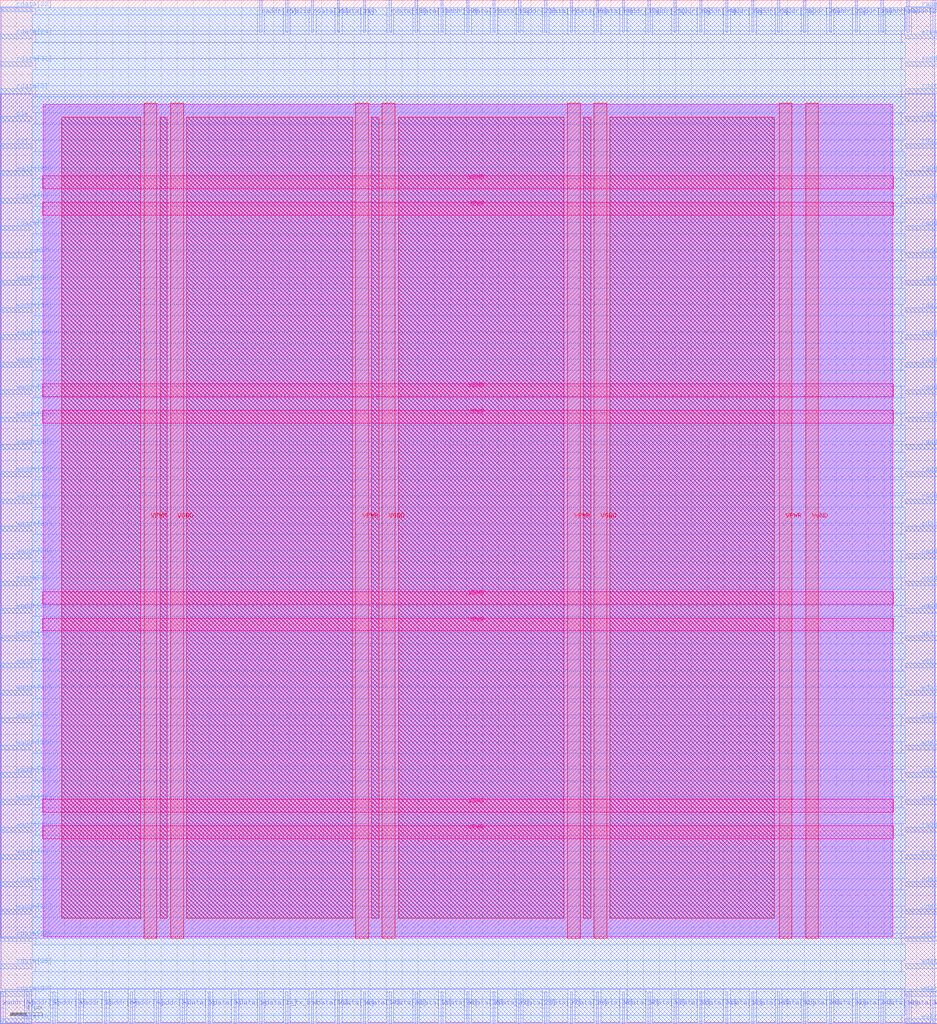
<source format=lef>
VERSION 5.7 ;
  NOWIREEXTENSIONATPIN ON ;
  DIVIDERCHAR "/" ;
  BUSBITCHARS "[]" ;
MACRO uart_top
  CLASS BLOCK ;
  FOREIGN uart_top ;
  ORIGIN 0.000 0.000 ;
  SIZE 116.565 BY 127.285 ;
  PIN VGND
    DIRECTION INOUT ;
    USE GROUND ;
    PORT
      LAYER met4 ;
        RECT 21.185 10.640 22.785 114.480 ;
    END
    PORT
      LAYER met4 ;
        RECT 47.520 10.640 49.120 114.480 ;
    END
    PORT
      LAYER met4 ;
        RECT 73.855 10.640 75.455 114.480 ;
    END
    PORT
      LAYER met4 ;
        RECT 100.190 10.640 101.790 114.480 ;
    END
    PORT
      LAYER met5 ;
        RECT 5.280 26.300 111.100 27.900 ;
    END
    PORT
      LAYER met5 ;
        RECT 5.280 52.140 111.100 53.740 ;
    END
    PORT
      LAYER met5 ;
        RECT 5.280 77.980 111.100 79.580 ;
    END
    PORT
      LAYER met5 ;
        RECT 5.280 103.820 111.100 105.420 ;
    END
  END VGND
  PIN VPWR
    DIRECTION INOUT ;
    USE POWER ;
    PORT
      LAYER met4 ;
        RECT 17.885 10.640 19.485 114.480 ;
    END
    PORT
      LAYER met4 ;
        RECT 44.220 10.640 45.820 114.480 ;
    END
    PORT
      LAYER met4 ;
        RECT 70.555 10.640 72.155 114.480 ;
    END
    PORT
      LAYER met4 ;
        RECT 96.890 10.640 98.490 114.480 ;
    END
    PORT
      LAYER met5 ;
        RECT 5.280 23.000 111.100 24.600 ;
    END
    PORT
      LAYER met5 ;
        RECT 5.280 48.840 111.100 50.440 ;
    END
    PORT
      LAYER met5 ;
        RECT 5.280 74.680 111.100 76.280 ;
    END
    PORT
      LAYER met5 ;
        RECT 5.280 100.520 111.100 102.120 ;
    END
  END VPWR
  PIN clk
    DIRECTION INPUT ;
    USE SIGNAL ;
    ANTENNAGATEAREA 0.852000 ;
    PORT
      LAYER met3 ;
        RECT 0.000 112.240 4.000 112.840 ;
    END
  END clk
  PIN i_rx_bit
    DIRECTION INPUT ;
    USE SIGNAL ;
    ANTENNAGATEAREA 0.196500 ;
    PORT
      LAYER met3 ;
        RECT 0.000 95.240 4.000 95.840 ;
    END
  END i_rx_bit
  PIN o_tx_bit
    DIRECTION OUTPUT ;
    USE SIGNAL ;
    ANTENNADIFFAREA 0.445500 ;
    PORT
      LAYER met2 ;
        RECT 35.510 0.000 35.790 4.000 ;
    END
  END o_tx_bit
  PIN raddr[0]
    DIRECTION INPUT ;
    USE SIGNAL ;
    ANTENNAGATEAREA 0.196500 ;
    PORT
      LAYER met3 ;
        RECT 112.565 125.840 116.565 126.440 ;
    END
  END raddr[0]
  PIN raddr[10]
    DIRECTION INPUT ;
    USE SIGNAL ;
    ANTENNAGATEAREA 0.196500 ;
    PORT
      LAYER met3 ;
        RECT 112.565 23.840 116.565 24.440 ;
    END
  END raddr[10]
  PIN raddr[11]
    DIRECTION INPUT ;
    USE SIGNAL ;
    ANTENNAGATEAREA 0.196500 ;
    PORT
      LAYER met3 ;
        RECT 112.565 78.240 116.565 78.840 ;
    END
  END raddr[11]
  PIN raddr[12]
    DIRECTION INPUT ;
    USE SIGNAL ;
    ANTENNAGATEAREA 0.196500 ;
    PORT
      LAYER met3 ;
        RECT 112.565 71.440 116.565 72.040 ;
    END
  END raddr[12]
  PIN raddr[13]
    DIRECTION INPUT ;
    USE SIGNAL ;
    ANTENNAGATEAREA 0.196500 ;
    PORT
      LAYER met3 ;
        RECT 112.565 81.640 116.565 82.240 ;
    END
  END raddr[13]
  PIN raddr[14]
    DIRECTION INPUT ;
    USE SIGNAL ;
    ANTENNAGATEAREA 0.196500 ;
    PORT
      LAYER met3 ;
        RECT 112.565 91.840 116.565 92.440 ;
    END
  END raddr[14]
  PIN raddr[15]
    DIRECTION INPUT ;
    USE SIGNAL ;
    ANTENNAGATEAREA 0.196500 ;
    PORT
      LAYER met3 ;
        RECT 112.565 85.040 116.565 85.640 ;
    END
  END raddr[15]
  PIN raddr[16]
    DIRECTION INPUT ;
    USE SIGNAL ;
    ANTENNAGATEAREA 0.196500 ;
    PORT
      LAYER met2 ;
        RECT 32.290 123.285 32.570 127.285 ;
    END
  END raddr[16]
  PIN raddr[17]
    DIRECTION INPUT ;
    USE SIGNAL ;
    ANTENNAGATEAREA 0.196500 ;
    PORT
      LAYER met2 ;
        RECT 77.370 123.285 77.650 127.285 ;
    END
  END raddr[17]
  PIN raddr[18]
    DIRECTION INPUT ;
    USE SIGNAL ;
    ANTENNAGATEAREA 0.196500 ;
    PORT
      LAYER met2 ;
        RECT 109.570 123.285 109.850 127.285 ;
    END
  END raddr[18]
  PIN raddr[19]
    DIRECTION INPUT ;
    USE SIGNAL ;
    ANTENNAGATEAREA 0.196500 ;
    PORT
      LAYER met2 ;
        RECT 106.350 123.285 106.630 127.285 ;
    END
  END raddr[19]
  PIN raddr[1]
    DIRECTION INPUT ;
    USE SIGNAL ;
    ANTENNAGATEAREA 0.196500 ;
    PORT
      LAYER met3 ;
        RECT 112.565 102.040 116.565 102.640 ;
    END
  END raddr[1]
  PIN raddr[20]
    DIRECTION INPUT ;
    USE SIGNAL ;
    ANTENNAGATEAREA 0.196500 ;
    PORT
      LAYER met2 ;
        RECT 83.810 123.285 84.090 127.285 ;
    END
  END raddr[20]
  PIN raddr[21]
    DIRECTION INPUT ;
    USE SIGNAL ;
    ANTENNAGATEAREA 0.196500 ;
    PORT
      LAYER met2 ;
        RECT 80.590 123.285 80.870 127.285 ;
    END
  END raddr[21]
  PIN raddr[22]
    DIRECTION INPUT ;
    USE SIGNAL ;
    ANTENNAGATEAREA 0.196500 ;
    PORT
      LAYER met2 ;
        RECT 103.130 123.285 103.410 127.285 ;
    END
  END raddr[22]
  PIN raddr[23]
    DIRECTION INPUT ;
    USE SIGNAL ;
    ANTENNAGATEAREA 0.196500 ;
    PORT
      LAYER met2 ;
        RECT 93.470 123.285 93.750 127.285 ;
    END
  END raddr[23]
  PIN raddr[24]
    DIRECTION INPUT ;
    USE SIGNAL ;
    ANTENNAGATEAREA 0.196500 ;
    PORT
      LAYER met2 ;
        RECT 87.030 123.285 87.310 127.285 ;
    END
  END raddr[24]
  PIN raddr[25]
    DIRECTION INPUT ;
    USE SIGNAL ;
    ANTENNAGATEAREA 0.196500 ;
    PORT
      LAYER met2 ;
        RECT 64.490 123.285 64.770 127.285 ;
    END
  END raddr[25]
  PIN raddr[26]
    DIRECTION INPUT ;
    USE SIGNAL ;
    ANTENNAGATEAREA 0.196500 ;
    PORT
      LAYER met2 ;
        RECT 99.910 123.285 100.190 127.285 ;
    END
  END raddr[26]
  PIN raddr[27]
    DIRECTION INPUT ;
    USE SIGNAL ;
    ANTENNAGATEAREA 0.196500 ;
    PORT
      LAYER met2 ;
        RECT 112.790 123.285 113.070 127.285 ;
    END
  END raddr[27]
  PIN raddr[28]
    DIRECTION INPUT ;
    USE SIGNAL ;
    ANTENNAGATEAREA 0.196500 ;
    PORT
      LAYER met2 ;
        RECT 90.250 123.285 90.530 127.285 ;
    END
  END raddr[28]
  PIN raddr[29]
    DIRECTION INPUT ;
    USE SIGNAL ;
    ANTENNAGATEAREA 0.196500 ;
    PORT
      LAYER met2 ;
        RECT 54.830 123.285 55.110 127.285 ;
    END
  END raddr[29]
  PIN raddr[2]
    DIRECTION INPUT ;
    USE SIGNAL ;
    ANTENNAGATEAREA 0.196500 ;
    PORT
      LAYER met3 ;
        RECT 112.565 74.840 116.565 75.440 ;
    END
  END raddr[2]
  PIN raddr[30]
    DIRECTION INPUT ;
    USE SIGNAL ;
    ANTENNAGATEAREA 0.196500 ;
    PORT
      LAYER met2 ;
        RECT 96.690 123.285 96.970 127.285 ;
    END
  END raddr[30]
  PIN raddr[31]
    DIRECTION INPUT ;
    USE SIGNAL ;
    ANTENNAGATEAREA 0.196500 ;
    PORT
      LAYER met2 ;
        RECT 116.010 123.285 116.290 127.285 ;
    END
  END raddr[31]
  PIN raddr[3]
    DIRECTION INPUT ;
    USE SIGNAL ;
    ANTENNAGATEAREA 0.196500 ;
    PORT
      LAYER met3 ;
        RECT 112.565 57.840 116.565 58.440 ;
    END
  END raddr[3]
  PIN raddr[4]
    DIRECTION INPUT ;
    USE SIGNAL ;
    ANTENNAGATEAREA 0.196500 ;
    PORT
      LAYER met3 ;
        RECT 112.565 119.040 116.565 119.640 ;
    END
  END raddr[4]
  PIN raddr[5]
    DIRECTION INPUT ;
    USE SIGNAL ;
    ANTENNAGATEAREA 0.196500 ;
    PORT
      LAYER met3 ;
        RECT 112.565 98.640 116.565 99.240 ;
    END
  END raddr[5]
  PIN raddr[6]
    DIRECTION INPUT ;
    USE SIGNAL ;
    ANTENNAGATEAREA 0.196500 ;
    PORT
      LAYER met3 ;
        RECT 112.565 95.240 116.565 95.840 ;
    END
  END raddr[6]
  PIN raddr[7]
    DIRECTION INPUT ;
    USE SIGNAL ;
    ANTENNAGATEAREA 0.196500 ;
    PORT
      LAYER met3 ;
        RECT 112.565 105.440 116.565 106.040 ;
    END
  END raddr[7]
  PIN raddr[8]
    DIRECTION INPUT ;
    USE SIGNAL ;
    ANTENNAGATEAREA 0.196500 ;
    PORT
      LAYER met3 ;
        RECT 112.565 68.040 116.565 68.640 ;
    END
  END raddr[8]
  PIN raddr[9]
    DIRECTION INPUT ;
    USE SIGNAL ;
    ANTENNAGATEAREA 0.196500 ;
    PORT
      LAYER met3 ;
        RECT 112.565 64.640 116.565 65.240 ;
    END
  END raddr[9]
  PIN rdata[0]
    DIRECTION OUTPUT ;
    USE SIGNAL ;
    ANTENNADIFFAREA 0.795200 ;
    PORT
      LAYER met2 ;
        RECT 58.050 123.285 58.330 127.285 ;
    END
  END rdata[0]
  PIN rdata[10]
    DIRECTION OUTPUT ;
    USE SIGNAL ;
    ANTENNADIFFAREA 0.795200 ;
    PORT
      LAYER met2 ;
        RECT 70.930 123.285 71.210 127.285 ;
    END
  END rdata[10]
  PIN rdata[11]
    DIRECTION OUTPUT ;
    USE SIGNAL ;
    ANTENNADIFFAREA 0.795200 ;
    PORT
      LAYER met2 ;
        RECT 41.950 123.285 42.230 127.285 ;
    END
  END rdata[11]
  PIN rdata[12]
    DIRECTION OUTPUT ;
    USE SIGNAL ;
    ANTENNADIFFAREA 0.795200 ;
    PORT
      LAYER met2 ;
        RECT 38.730 123.285 39.010 127.285 ;
    END
  END rdata[12]
  PIN rdata[13]
    DIRECTION OUTPUT ;
    USE SIGNAL ;
    ANTENNADIFFAREA 0.795200 ;
    PORT
      LAYER met2 ;
        RECT 61.270 123.285 61.550 127.285 ;
    END
  END rdata[13]
  PIN rdata[14]
    DIRECTION OUTPUT ;
    USE SIGNAL ;
    ANTENNADIFFAREA 0.795200 ;
    PORT
      LAYER met2 ;
        RECT 74.150 123.285 74.430 127.285 ;
    END
  END rdata[14]
  PIN rdata[15]
    DIRECTION OUTPUT ;
    USE SIGNAL ;
    ANTENNADIFFAREA 0.795200 ;
    PORT
      LAYER met2 ;
        RECT 48.390 123.285 48.670 127.285 ;
    END
  END rdata[15]
  PIN rdata[16]
    DIRECTION OUTPUT ;
    USE SIGNAL ;
    PORT
      LAYER met3 ;
        RECT 0.000 0.040 4.000 0.640 ;
    END
  END rdata[16]
  PIN rdata[17]
    DIRECTION OUTPUT ;
    USE SIGNAL ;
    PORT
      LAYER met3 ;
        RECT 112.565 13.640 116.565 14.240 ;
    END
  END rdata[17]
  PIN rdata[18]
    DIRECTION OUTPUT ;
    USE SIGNAL ;
    PORT
      LAYER met3 ;
        RECT 112.565 115.640 116.565 116.240 ;
    END
  END rdata[18]
  PIN rdata[19]
    DIRECTION OUTPUT ;
    USE SIGNAL ;
    PORT
      LAYER met3 ;
        RECT 112.565 108.840 116.565 109.440 ;
    END
  END rdata[19]
  PIN rdata[1]
    DIRECTION OUTPUT ;
    USE SIGNAL ;
    ANTENNADIFFAREA 0.445500 ;
    PORT
      LAYER met3 ;
        RECT 0.000 54.440 4.000 55.040 ;
    END
  END rdata[1]
  PIN rdata[20]
    DIRECTION OUTPUT ;
    USE SIGNAL ;
    PORT
      LAYER met2 ;
        RECT 70.930 0.000 71.210 4.000 ;
    END
  END rdata[20]
  PIN rdata[21]
    DIRECTION OUTPUT ;
    USE SIGNAL ;
    PORT
      LAYER met3 ;
        RECT 0.000 10.240 4.000 10.840 ;
    END
  END rdata[21]
  PIN rdata[22]
    DIRECTION OUTPUT ;
    USE SIGNAL ;
    PORT
      LAYER met3 ;
        RECT 0.000 125.840 4.000 126.440 ;
    END
  END rdata[22]
  PIN rdata[23]
    DIRECTION OUTPUT ;
    USE SIGNAL ;
    PORT
      LAYER met3 ;
        RECT 112.565 112.240 116.565 112.840 ;
    END
  END rdata[23]
  PIN rdata[24]
    DIRECTION OUTPUT ;
    USE SIGNAL ;
    PORT
      LAYER met3 ;
        RECT 0.000 122.440 4.000 123.040 ;
    END
  END rdata[24]
  PIN rdata[25]
    DIRECTION OUTPUT ;
    USE SIGNAL ;
    PORT
      LAYER met2 ;
        RECT 64.490 0.000 64.770 4.000 ;
    END
  END rdata[25]
  PIN rdata[26]
    DIRECTION OUTPUT ;
    USE SIGNAL ;
    PORT
      LAYER met3 ;
        RECT 0.000 6.840 4.000 7.440 ;
    END
  END rdata[26]
  PIN rdata[27]
    DIRECTION OUTPUT ;
    USE SIGNAL ;
    PORT
      LAYER met2 ;
        RECT 67.710 0.000 67.990 4.000 ;
    END
  END rdata[27]
  PIN rdata[28]
    DIRECTION OUTPUT ;
    USE SIGNAL ;
    PORT
      LAYER met2 ;
        RECT 74.150 0.000 74.430 4.000 ;
    END
  END rdata[28]
  PIN rdata[29]
    DIRECTION OUTPUT ;
    USE SIGNAL ;
    PORT
      LAYER met3 ;
        RECT 112.565 17.040 116.565 17.640 ;
    END
  END rdata[29]
  PIN rdata[2]
    DIRECTION OUTPUT ;
    USE SIGNAL ;
    ANTENNADIFFAREA 0.445500 ;
    PORT
      LAYER met3 ;
        RECT 0.000 115.640 4.000 116.240 ;
    END
  END rdata[2]
  PIN rdata[30]
    DIRECTION OUTPUT ;
    USE SIGNAL ;
    PORT
      LAYER met3 ;
        RECT 0.000 3.440 4.000 4.040 ;
    END
  END rdata[30]
  PIN rdata[31]
    DIRECTION OUTPUT ;
    USE SIGNAL ;
    PORT
      LAYER met3 ;
        RECT 0.000 119.040 4.000 119.640 ;
    END
  END rdata[31]
  PIN rdata[3]
    DIRECTION OUTPUT ;
    USE SIGNAL ;
    ANTENNADIFFAREA 0.445500 ;
    PORT
      LAYER met3 ;
        RECT 0.000 17.040 4.000 17.640 ;
    END
  END rdata[3]
  PIN rdata[4]
    DIRECTION OUTPUT ;
    USE SIGNAL ;
    ANTENNADIFFAREA 0.445500 ;
    PORT
      LAYER met3 ;
        RECT 0.000 98.640 4.000 99.240 ;
    END
  END rdata[4]
  PIN rdata[5]
    DIRECTION OUTPUT ;
    USE SIGNAL ;
    ANTENNADIFFAREA 0.795200 ;
    PORT
      LAYER met2 ;
        RECT 51.610 123.285 51.890 127.285 ;
    END
  END rdata[5]
  PIN rdata[6]
    DIRECTION OUTPUT ;
    USE SIGNAL ;
    ANTENNADIFFAREA 0.445500 ;
    PORT
      LAYER met3 ;
        RECT 0.000 102.040 4.000 102.640 ;
    END
  END rdata[6]
  PIN rdata[7]
    DIRECTION OUTPUT ;
    USE SIGNAL ;
    PORT
      LAYER met3 ;
        RECT 112.565 88.440 116.565 89.040 ;
    END
  END rdata[7]
  PIN rdata[8]
    DIRECTION OUTPUT ;
    USE SIGNAL ;
    ANTENNADIFFAREA 0.445500 ;
    PORT
      LAYER met3 ;
        RECT 112.565 61.240 116.565 61.840 ;
    END
  END rdata[8]
  PIN rdata[9]
    DIRECTION OUTPUT ;
    USE SIGNAL ;
    ANTENNADIFFAREA 0.795200 ;
    PORT
      LAYER met2 ;
        RECT 67.710 123.285 67.990 127.285 ;
    END
  END rdata[9]
  PIN ren
    DIRECTION INPUT ;
    USE SIGNAL ;
    ANTENNAGATEAREA 0.196500 ;
    PORT
      LAYER met2 ;
        RECT 45.170 123.285 45.450 127.285 ;
    END
  END ren
  PIN rst
    DIRECTION INPUT ;
    USE SIGNAL ;
    ANTENNAGATEAREA 0.196500 ;
    PORT
      LAYER met3 ;
        RECT 0.000 108.840 4.000 109.440 ;
    END
  END rst
  PIN rvalid
    DIRECTION OUTPUT ;
    USE SIGNAL ;
    ANTENNADIFFAREA 0.795200 ;
    PORT
      LAYER met2 ;
        RECT 35.510 123.285 35.790 127.285 ;
    END
  END rvalid
  PIN waddr[0]
    DIRECTION INPUT ;
    USE SIGNAL ;
    ANTENNAGATEAREA 0.196500 ;
    PORT
      LAYER met3 ;
        RECT 0.000 20.440 4.000 21.040 ;
    END
  END waddr[0]
  PIN waddr[10]
    DIRECTION INPUT ;
    USE SIGNAL ;
    ANTENNAGATEAREA 0.196500 ;
    PORT
      LAYER met3 ;
        RECT 0.000 30.640 4.000 31.240 ;
    END
  END waddr[10]
  PIN waddr[11]
    DIRECTION INPUT ;
    USE SIGNAL ;
    ANTENNAGATEAREA 0.196500 ;
    PORT
      LAYER met3 ;
        RECT 0.000 23.840 4.000 24.440 ;
    END
  END waddr[11]
  PIN waddr[12]
    DIRECTION INPUT ;
    USE SIGNAL ;
    ANTENNAGATEAREA 0.196500 ;
    PORT
      LAYER met3 ;
        RECT 0.000 44.240 4.000 44.840 ;
    END
  END waddr[12]
  PIN waddr[13]
    DIRECTION INPUT ;
    USE SIGNAL ;
    ANTENNAGATEAREA 0.196500 ;
    PORT
      LAYER met3 ;
        RECT 0.000 40.840 4.000 41.440 ;
    END
  END waddr[13]
  PIN waddr[14]
    DIRECTION INPUT ;
    USE SIGNAL ;
    ANTENNAGATEAREA 0.196500 ;
    PORT
      LAYER met3 ;
        RECT 0.000 27.240 4.000 27.840 ;
    END
  END waddr[14]
  PIN waddr[15]
    DIRECTION INPUT ;
    USE SIGNAL ;
    ANTENNAGATEAREA 0.196500 ;
    PORT
      LAYER met3 ;
        RECT 0.000 34.040 4.000 34.640 ;
    END
  END waddr[15]
  PIN waddr[16]
    DIRECTION INPUT ;
    USE SIGNAL ;
    ANTENNAGATEAREA 0.196500 ;
    PORT
      LAYER met3 ;
        RECT 0.000 64.640 4.000 65.240 ;
    END
  END waddr[16]
  PIN waddr[17]
    DIRECTION INPUT ;
    USE SIGNAL ;
    ANTENNAGATEAREA 0.196500 ;
    PORT
      LAYER met3 ;
        RECT 0.000 68.040 4.000 68.640 ;
    END
  END waddr[17]
  PIN waddr[18]
    DIRECTION INPUT ;
    USE SIGNAL ;
    ANTENNAGATEAREA 0.196500 ;
    PORT
      LAYER met3 ;
        RECT 0.000 88.440 4.000 89.040 ;
    END
  END waddr[18]
  PIN waddr[19]
    DIRECTION INPUT ;
    USE SIGNAL ;
    ANTENNAGATEAREA 0.196500 ;
    PORT
      LAYER met3 ;
        RECT 0.000 85.040 4.000 85.640 ;
    END
  END waddr[19]
  PIN waddr[1]
    DIRECTION INPUT ;
    USE SIGNAL ;
    ANTENNAGATEAREA 0.196500 ;
    PORT
      LAYER met3 ;
        RECT 0.000 47.640 4.000 48.240 ;
    END
  END waddr[1]
  PIN waddr[20]
    DIRECTION INPUT ;
    USE SIGNAL ;
    ANTENNAGATEAREA 0.196500 ;
    PORT
      LAYER met3 ;
        RECT 0.000 78.240 4.000 78.840 ;
    END
  END waddr[20]
  PIN waddr[21]
    DIRECTION INPUT ;
    USE SIGNAL ;
    ANTENNAGATEAREA 0.196500 ;
    PORT
      LAYER met3 ;
        RECT 0.000 81.640 4.000 82.240 ;
    END
  END waddr[21]
  PIN waddr[22]
    DIRECTION INPUT ;
    USE SIGNAL ;
    ANTENNAGATEAREA 0.196500 ;
    PORT
      LAYER met3 ;
        RECT 0.000 74.840 4.000 75.440 ;
    END
  END waddr[22]
  PIN waddr[23]
    DIRECTION INPUT ;
    USE SIGNAL ;
    ANTENNAGATEAREA 0.196500 ;
    PORT
      LAYER met3 ;
        RECT 0.000 91.840 4.000 92.440 ;
    END
  END waddr[23]
  PIN waddr[24]
    DIRECTION INPUT ;
    USE SIGNAL ;
    ANTENNAGATEAREA 0.196500 ;
    PORT
      LAYER met3 ;
        RECT 0.000 61.240 4.000 61.840 ;
    END
  END waddr[24]
  PIN waddr[25]
    DIRECTION INPUT ;
    USE SIGNAL ;
    ANTENNAGATEAREA 0.196500 ;
    PORT
      LAYER met3 ;
        RECT 0.000 71.440 4.000 72.040 ;
    END
  END waddr[25]
  PIN waddr[26]
    DIRECTION INPUT ;
    USE SIGNAL ;
    ANTENNAGATEAREA 0.196500 ;
    PORT
      LAYER met3 ;
        RECT 0.000 105.440 4.000 106.040 ;
    END
  END waddr[26]
  PIN waddr[27]
    DIRECTION INPUT ;
    USE SIGNAL ;
    ANTENNAGATEAREA 0.196500 ;
    PORT
      LAYER met3 ;
        RECT 0.000 13.640 4.000 14.240 ;
    END
  END waddr[27]
  PIN waddr[28]
    DIRECTION INPUT ;
    USE SIGNAL ;
    ANTENNAGATEAREA 0.196500 ;
    PORT
      LAYER met3 ;
        RECT 0.000 51.040 4.000 51.640 ;
    END
  END waddr[28]
  PIN waddr[29]
    DIRECTION INPUT ;
    USE SIGNAL ;
    ANTENNAGATEAREA 0.196500 ;
    PORT
      LAYER met3 ;
        RECT 0.000 57.840 4.000 58.440 ;
    END
  END waddr[29]
  PIN waddr[2]
    DIRECTION INPUT ;
    USE SIGNAL ;
    ANTENNAGATEAREA 0.196500 ;
    PORT
      LAYER met3 ;
        RECT 0.000 37.440 4.000 38.040 ;
    END
  END waddr[2]
  PIN waddr[30]
    DIRECTION INPUT ;
    USE SIGNAL ;
    ANTENNAGATEAREA 0.196500 ;
    PORT
      LAYER met3 ;
        RECT 112.565 54.440 116.565 55.040 ;
    END
  END waddr[30]
  PIN waddr[31]
    DIRECTION INPUT ;
    USE SIGNAL ;
    ANTENNAGATEAREA 0.196500 ;
    PORT
      LAYER met3 ;
        RECT 112.565 51.040 116.565 51.640 ;
    END
  END waddr[31]
  PIN waddr[3]
    DIRECTION INPUT ;
    USE SIGNAL ;
    ANTENNAGATEAREA 0.196500 ;
    PORT
      LAYER met2 ;
        RECT 19.410 0.000 19.690 4.000 ;
    END
  END waddr[3]
  PIN waddr[4]
    DIRECTION INPUT ;
    USE SIGNAL ;
    ANTENNAGATEAREA 0.196500 ;
    PORT
      LAYER met2 ;
        RECT 16.190 0.000 16.470 4.000 ;
    END
  END waddr[4]
  PIN waddr[5]
    DIRECTION INPUT ;
    USE SIGNAL ;
    ANTENNAGATEAREA 0.196500 ;
    PORT
      LAYER met2 ;
        RECT 0.090 0.000 0.370 4.000 ;
    END
  END waddr[5]
  PIN waddr[6]
    DIRECTION INPUT ;
    USE SIGNAL ;
    ANTENNAGATEAREA 0.196500 ;
    PORT
      LAYER met2 ;
        RECT 12.970 0.000 13.250 4.000 ;
    END
  END waddr[6]
  PIN waddr[7]
    DIRECTION INPUT ;
    USE SIGNAL ;
    ANTENNAGATEAREA 0.196500 ;
    PORT
      LAYER met2 ;
        RECT 9.750 0.000 10.030 4.000 ;
    END
  END waddr[7]
  PIN waddr[8]
    DIRECTION INPUT ;
    USE SIGNAL ;
    ANTENNAGATEAREA 0.196500 ;
    PORT
      LAYER met2 ;
        RECT 3.310 0.000 3.590 4.000 ;
    END
  END waddr[8]
  PIN waddr[9]
    DIRECTION INPUT ;
    USE SIGNAL ;
    ANTENNAGATEAREA 0.196500 ;
    PORT
      LAYER met2 ;
        RECT 6.530 0.000 6.810 4.000 ;
    END
  END waddr[9]
  PIN wdata[0]
    DIRECTION INPUT ;
    USE SIGNAL ;
    ANTENNAGATEAREA 0.196500 ;
    PORT
      LAYER met2 ;
        RECT 25.850 0.000 26.130 4.000 ;
    END
  END wdata[0]
  PIN wdata[10]
    DIRECTION INPUT ;
    USE SIGNAL ;
    PORT
      LAYER met2 ;
        RECT 109.570 0.000 109.850 4.000 ;
    END
  END wdata[10]
  PIN wdata[11]
    DIRECTION INPUT ;
    USE SIGNAL ;
    PORT
      LAYER met2 ;
        RECT 116.010 0.000 116.290 4.000 ;
    END
  END wdata[11]
  PIN wdata[12]
    DIRECTION INPUT ;
    USE SIGNAL ;
    PORT
      LAYER met2 ;
        RECT 90.250 0.000 90.530 4.000 ;
    END
  END wdata[12]
  PIN wdata[13]
    DIRECTION INPUT ;
    USE SIGNAL ;
    PORT
      LAYER met2 ;
        RECT 51.610 0.000 51.890 4.000 ;
    END
  END wdata[13]
  PIN wdata[14]
    DIRECTION INPUT ;
    USE SIGNAL ;
    PORT
      LAYER met2 ;
        RECT 32.290 0.000 32.570 4.000 ;
    END
  END wdata[14]
  PIN wdata[15]
    DIRECTION INPUT ;
    USE SIGNAL ;
    PORT
      LAYER met2 ;
        RECT 38.730 0.000 39.010 4.000 ;
    END
  END wdata[15]
  PIN wdata[16]
    DIRECTION INPUT ;
    USE SIGNAL ;
    PORT
      LAYER met2 ;
        RECT 93.470 0.000 93.750 4.000 ;
    END
  END wdata[16]
  PIN wdata[17]
    DIRECTION INPUT ;
    USE SIGNAL ;
    PORT
      LAYER met2 ;
        RECT 45.170 0.000 45.450 4.000 ;
    END
  END wdata[17]
  PIN wdata[18]
    DIRECTION INPUT ;
    USE SIGNAL ;
    PORT
      LAYER met2 ;
        RECT 80.590 0.000 80.870 4.000 ;
    END
  END wdata[18]
  PIN wdata[19]
    DIRECTION INPUT ;
    USE SIGNAL ;
    PORT
      LAYER met2 ;
        RECT 41.950 0.000 42.230 4.000 ;
    END
  END wdata[19]
  PIN wdata[1]
    DIRECTION INPUT ;
    USE SIGNAL ;
    ANTENNAGATEAREA 0.196500 ;
    PORT
      LAYER met2 ;
        RECT 29.070 0.000 29.350 4.000 ;
    END
  END wdata[1]
  PIN wdata[20]
    DIRECTION INPUT ;
    USE SIGNAL ;
    PORT
      LAYER met2 ;
        RECT 48.390 0.000 48.670 4.000 ;
    END
  END wdata[20]
  PIN wdata[21]
    DIRECTION INPUT ;
    USE SIGNAL ;
    PORT
      LAYER met2 ;
        RECT 87.030 0.000 87.310 4.000 ;
    END
  END wdata[21]
  PIN wdata[22]
    DIRECTION INPUT ;
    USE SIGNAL ;
    PORT
      LAYER met2 ;
        RECT 103.130 0.000 103.410 4.000 ;
    END
  END wdata[22]
  PIN wdata[23]
    DIRECTION INPUT ;
    USE SIGNAL ;
    PORT
      LAYER met2 ;
        RECT 83.810 0.000 84.090 4.000 ;
    END
  END wdata[23]
  PIN wdata[24]
    DIRECTION INPUT ;
    USE SIGNAL ;
    PORT
      LAYER met2 ;
        RECT 106.350 0.000 106.630 4.000 ;
    END
  END wdata[24]
  PIN wdata[25]
    DIRECTION INPUT ;
    USE SIGNAL ;
    PORT
      LAYER met2 ;
        RECT 58.050 0.000 58.330 4.000 ;
    END
  END wdata[25]
  PIN wdata[26]
    DIRECTION INPUT ;
    USE SIGNAL ;
    PORT
      LAYER met2 ;
        RECT 54.830 0.000 55.110 4.000 ;
    END
  END wdata[26]
  PIN wdata[27]
    DIRECTION INPUT ;
    USE SIGNAL ;
    PORT
      LAYER met2 ;
        RECT 77.370 0.000 77.650 4.000 ;
    END
  END wdata[27]
  PIN wdata[28]
    DIRECTION INPUT ;
    USE SIGNAL ;
    PORT
      LAYER met2 ;
        RECT 61.270 0.000 61.550 4.000 ;
    END
  END wdata[28]
  PIN wdata[29]
    DIRECTION INPUT ;
    USE SIGNAL ;
    PORT
      LAYER met2 ;
        RECT 99.910 0.000 100.190 4.000 ;
    END
  END wdata[29]
  PIN wdata[2]
    DIRECTION INPUT ;
    USE SIGNAL ;
    ANTENNAGATEAREA 0.196500 ;
    PORT
      LAYER met2 ;
        RECT 22.630 0.000 22.910 4.000 ;
    END
  END wdata[2]
  PIN wdata[30]
    DIRECTION INPUT ;
    USE SIGNAL ;
    PORT
      LAYER met2 ;
        RECT 112.790 0.000 113.070 4.000 ;
    END
  END wdata[30]
  PIN wdata[31]
    DIRECTION INPUT ;
    USE SIGNAL ;
    PORT
      LAYER met2 ;
        RECT 96.690 0.000 96.970 4.000 ;
    END
  END wdata[31]
  PIN wdata[3]
    DIRECTION INPUT ;
    USE SIGNAL ;
    ANTENNAGATEAREA 0.196500 ;
    PORT
      LAYER met3 ;
        RECT 112.565 27.240 116.565 27.840 ;
    END
  END wdata[3]
  PIN wdata[4]
    DIRECTION INPUT ;
    USE SIGNAL ;
    ANTENNAGATEAREA 0.196500 ;
    PORT
      LAYER met3 ;
        RECT 112.565 30.640 116.565 31.240 ;
    END
  END wdata[4]
  PIN wdata[5]
    DIRECTION INPUT ;
    USE SIGNAL ;
    ANTENNAGATEAREA 0.196500 ;
    PORT
      LAYER met3 ;
        RECT 112.565 40.840 116.565 41.440 ;
    END
  END wdata[5]
  PIN wdata[6]
    DIRECTION INPUT ;
    USE SIGNAL ;
    ANTENNAGATEAREA 0.196500 ;
    PORT
      LAYER met3 ;
        RECT 112.565 37.440 116.565 38.040 ;
    END
  END wdata[6]
  PIN wdata[7]
    DIRECTION INPUT ;
    USE SIGNAL ;
    ANTENNAGATEAREA 0.196500 ;
    PORT
      LAYER met3 ;
        RECT 112.565 34.040 116.565 34.640 ;
    END
  END wdata[7]
  PIN wdata[8]
    DIRECTION INPUT ;
    USE SIGNAL ;
    PORT
      LAYER met3 ;
        RECT 112.565 3.440 116.565 4.040 ;
    END
  END wdata[8]
  PIN wdata[9]
    DIRECTION INPUT ;
    USE SIGNAL ;
    PORT
      LAYER met3 ;
        RECT 112.565 6.840 116.565 7.440 ;
    END
  END wdata[9]
  PIN wen
    DIRECTION INPUT ;
    USE SIGNAL ;
    ANTENNAGATEAREA 0.196500 ;
    PORT
      LAYER met3 ;
        RECT 112.565 44.240 116.565 44.840 ;
    END
  END wen
  PIN wready
    DIRECTION OUTPUT ;
    USE SIGNAL ;
    PORT
      LAYER met3 ;
        RECT 112.565 122.440 116.565 123.040 ;
    END
  END wready
  PIN wstrb[0]
    DIRECTION INPUT ;
    USE SIGNAL ;
    ANTENNAGATEAREA 0.196500 ;
    PORT
      LAYER met3 ;
        RECT 112.565 47.640 116.565 48.240 ;
    END
  END wstrb[0]
  PIN wstrb[1]
    DIRECTION INPUT ;
    USE SIGNAL ;
    PORT
      LAYER met3 ;
        RECT 112.565 10.240 116.565 10.840 ;
    END
  END wstrb[1]
  PIN wstrb[2]
    DIRECTION INPUT ;
    USE SIGNAL ;
    PORT
      LAYER met3 ;
        RECT 112.565 20.440 116.565 21.040 ;
    END
  END wstrb[2]
  PIN wstrb[3]
    DIRECTION INPUT ;
    USE SIGNAL ;
    PORT
      LAYER met3 ;
        RECT 112.565 0.040 116.565 0.640 ;
    END
  END wstrb[3]
  OBS
      LAYER nwell ;
        RECT 5.330 10.795 111.050 114.325 ;
      LAYER li1 ;
        RECT 5.520 10.795 110.860 114.325 ;
      LAYER met1 ;
        RECT 0.070 10.640 116.310 115.560 ;
      LAYER met2 ;
        RECT 0.100 123.005 32.010 126.325 ;
        RECT 32.850 123.005 35.230 126.325 ;
        RECT 36.070 123.005 38.450 126.325 ;
        RECT 39.290 123.005 41.670 126.325 ;
        RECT 42.510 123.005 44.890 126.325 ;
        RECT 45.730 123.005 48.110 126.325 ;
        RECT 48.950 123.005 51.330 126.325 ;
        RECT 52.170 123.005 54.550 126.325 ;
        RECT 55.390 123.005 57.770 126.325 ;
        RECT 58.610 123.005 60.990 126.325 ;
        RECT 61.830 123.005 64.210 126.325 ;
        RECT 65.050 123.005 67.430 126.325 ;
        RECT 68.270 123.005 70.650 126.325 ;
        RECT 71.490 123.005 73.870 126.325 ;
        RECT 74.710 123.005 77.090 126.325 ;
        RECT 77.930 123.005 80.310 126.325 ;
        RECT 81.150 123.005 83.530 126.325 ;
        RECT 84.370 123.005 86.750 126.325 ;
        RECT 87.590 123.005 89.970 126.325 ;
        RECT 90.810 123.005 93.190 126.325 ;
        RECT 94.030 123.005 96.410 126.325 ;
        RECT 97.250 123.005 99.630 126.325 ;
        RECT 100.470 123.005 102.850 126.325 ;
        RECT 103.690 123.005 106.070 126.325 ;
        RECT 106.910 123.005 109.290 126.325 ;
        RECT 110.130 123.005 112.510 126.325 ;
        RECT 113.350 123.005 115.730 126.325 ;
        RECT 0.100 4.280 116.280 123.005 ;
        RECT 0.650 0.155 3.030 4.280 ;
        RECT 3.870 0.155 6.250 4.280 ;
        RECT 7.090 0.155 9.470 4.280 ;
        RECT 10.310 0.155 12.690 4.280 ;
        RECT 13.530 0.155 15.910 4.280 ;
        RECT 16.750 0.155 19.130 4.280 ;
        RECT 19.970 0.155 22.350 4.280 ;
        RECT 23.190 0.155 25.570 4.280 ;
        RECT 26.410 0.155 28.790 4.280 ;
        RECT 29.630 0.155 32.010 4.280 ;
        RECT 32.850 0.155 35.230 4.280 ;
        RECT 36.070 0.155 38.450 4.280 ;
        RECT 39.290 0.155 41.670 4.280 ;
        RECT 42.510 0.155 44.890 4.280 ;
        RECT 45.730 0.155 48.110 4.280 ;
        RECT 48.950 0.155 51.330 4.280 ;
        RECT 52.170 0.155 54.550 4.280 ;
        RECT 55.390 0.155 57.770 4.280 ;
        RECT 58.610 0.155 60.990 4.280 ;
        RECT 61.830 0.155 64.210 4.280 ;
        RECT 65.050 0.155 67.430 4.280 ;
        RECT 68.270 0.155 70.650 4.280 ;
        RECT 71.490 0.155 73.870 4.280 ;
        RECT 74.710 0.155 77.090 4.280 ;
        RECT 77.930 0.155 80.310 4.280 ;
        RECT 81.150 0.155 83.530 4.280 ;
        RECT 84.370 0.155 86.750 4.280 ;
        RECT 87.590 0.155 89.970 4.280 ;
        RECT 90.810 0.155 93.190 4.280 ;
        RECT 94.030 0.155 96.410 4.280 ;
        RECT 97.250 0.155 99.630 4.280 ;
        RECT 100.470 0.155 102.850 4.280 ;
        RECT 103.690 0.155 106.070 4.280 ;
        RECT 106.910 0.155 109.290 4.280 ;
        RECT 110.130 0.155 112.510 4.280 ;
        RECT 113.350 0.155 115.730 4.280 ;
      LAYER met3 ;
        RECT 4.400 125.440 112.165 126.305 ;
        RECT 3.990 123.440 112.565 125.440 ;
        RECT 4.400 122.040 112.165 123.440 ;
        RECT 3.990 120.040 112.565 122.040 ;
        RECT 4.400 118.640 112.165 120.040 ;
        RECT 3.990 116.640 112.565 118.640 ;
        RECT 4.400 115.240 112.165 116.640 ;
        RECT 3.990 113.240 112.565 115.240 ;
        RECT 4.400 111.840 112.165 113.240 ;
        RECT 3.990 109.840 112.565 111.840 ;
        RECT 4.400 108.440 112.165 109.840 ;
        RECT 3.990 106.440 112.565 108.440 ;
        RECT 4.400 105.040 112.165 106.440 ;
        RECT 3.990 103.040 112.565 105.040 ;
        RECT 4.400 101.640 112.165 103.040 ;
        RECT 3.990 99.640 112.565 101.640 ;
        RECT 4.400 98.240 112.165 99.640 ;
        RECT 3.990 96.240 112.565 98.240 ;
        RECT 4.400 94.840 112.165 96.240 ;
        RECT 3.990 92.840 112.565 94.840 ;
        RECT 4.400 91.440 112.165 92.840 ;
        RECT 3.990 89.440 112.565 91.440 ;
        RECT 4.400 88.040 112.165 89.440 ;
        RECT 3.990 86.040 112.565 88.040 ;
        RECT 4.400 84.640 112.165 86.040 ;
        RECT 3.990 82.640 112.565 84.640 ;
        RECT 4.400 81.240 112.165 82.640 ;
        RECT 3.990 79.240 112.565 81.240 ;
        RECT 4.400 77.840 112.165 79.240 ;
        RECT 3.990 75.840 112.565 77.840 ;
        RECT 4.400 74.440 112.165 75.840 ;
        RECT 3.990 72.440 112.565 74.440 ;
        RECT 4.400 71.040 112.165 72.440 ;
        RECT 3.990 69.040 112.565 71.040 ;
        RECT 4.400 67.640 112.165 69.040 ;
        RECT 3.990 65.640 112.565 67.640 ;
        RECT 4.400 64.240 112.165 65.640 ;
        RECT 3.990 62.240 112.565 64.240 ;
        RECT 4.400 60.840 112.165 62.240 ;
        RECT 3.990 58.840 112.565 60.840 ;
        RECT 4.400 57.440 112.165 58.840 ;
        RECT 3.990 55.440 112.565 57.440 ;
        RECT 4.400 54.040 112.165 55.440 ;
        RECT 3.990 52.040 112.565 54.040 ;
        RECT 4.400 50.640 112.165 52.040 ;
        RECT 3.990 48.640 112.565 50.640 ;
        RECT 4.400 47.240 112.165 48.640 ;
        RECT 3.990 45.240 112.565 47.240 ;
        RECT 4.400 43.840 112.165 45.240 ;
        RECT 3.990 41.840 112.565 43.840 ;
        RECT 4.400 40.440 112.165 41.840 ;
        RECT 3.990 38.440 112.565 40.440 ;
        RECT 4.400 37.040 112.165 38.440 ;
        RECT 3.990 35.040 112.565 37.040 ;
        RECT 4.400 33.640 112.165 35.040 ;
        RECT 3.990 31.640 112.565 33.640 ;
        RECT 4.400 30.240 112.165 31.640 ;
        RECT 3.990 28.240 112.565 30.240 ;
        RECT 4.400 26.840 112.165 28.240 ;
        RECT 3.990 24.840 112.565 26.840 ;
        RECT 4.400 23.440 112.165 24.840 ;
        RECT 3.990 21.440 112.565 23.440 ;
        RECT 4.400 20.040 112.165 21.440 ;
        RECT 3.990 18.040 112.565 20.040 ;
        RECT 4.400 16.640 112.165 18.040 ;
        RECT 3.990 14.640 112.565 16.640 ;
        RECT 4.400 13.240 112.165 14.640 ;
        RECT 3.990 11.240 112.565 13.240 ;
        RECT 4.400 9.840 112.165 11.240 ;
        RECT 3.990 7.840 112.565 9.840 ;
        RECT 4.400 6.440 112.165 7.840 ;
        RECT 3.990 4.440 112.565 6.440 ;
        RECT 4.400 3.040 112.165 4.440 ;
        RECT 3.990 1.040 112.565 3.040 ;
        RECT 4.400 0.175 112.165 1.040 ;
      LAYER met4 ;
        RECT 7.655 13.095 17.485 112.705 ;
        RECT 19.885 13.095 20.785 112.705 ;
        RECT 23.185 13.095 43.820 112.705 ;
        RECT 46.220 13.095 47.120 112.705 ;
        RECT 49.520 13.095 70.155 112.705 ;
        RECT 72.555 13.095 73.455 112.705 ;
        RECT 75.855 13.095 96.305 112.705 ;
  END
END uart_top
END LIBRARY


</source>
